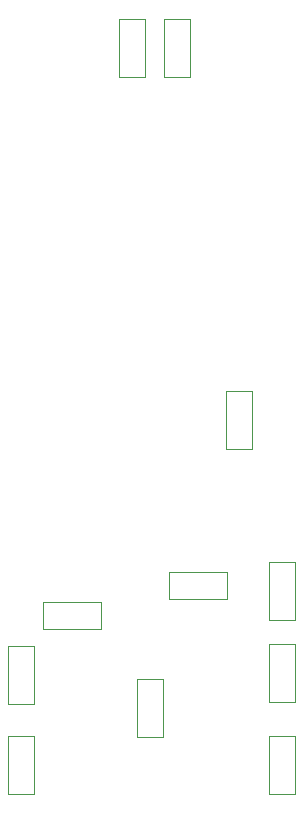
<source format=gbr>
%TF.GenerationSoftware,KiCad,Pcbnew,5.1.9*%
%TF.CreationDate,2021-02-18T20:56:02+01:00*%
%TF.ProjectId,sygeco1,73796765-636f-4312-9e6b-696361645f70,0.2*%
%TF.SameCoordinates,Original*%
%TF.FileFunction,Other,User*%
%FSLAX46Y46*%
G04 Gerber Fmt 4.6, Leading zero omitted, Abs format (unit mm)*
G04 Created by KiCad (PCBNEW 5.1.9) date 2021-02-18 20:56:02*
%MOMM*%
%LPD*%
G01*
G04 APERTURE LIST*
%ADD10C,0.050000*%
G04 APERTURE END LIST*
D10*
%TO.C,R2*%
X154028000Y-111622000D02*
X151788000Y-111622000D01*
X151788000Y-111622000D02*
X151788000Y-116522000D01*
X151788000Y-116522000D02*
X154028000Y-116522000D01*
X154028000Y-116522000D02*
X154028000Y-111622000D01*
%TO.C,R1*%
X131930000Y-119470000D02*
X129690000Y-119470000D01*
X129690000Y-119470000D02*
X129690000Y-124370000D01*
X129690000Y-124370000D02*
X131930000Y-124370000D01*
X131930000Y-124370000D02*
X131930000Y-119470000D01*
%TO.C,C1*%
X132686500Y-108070000D02*
X132686500Y-110370000D01*
X132686500Y-110370000D02*
X137646500Y-110370000D01*
X137646500Y-110370000D02*
X137646500Y-108070000D01*
X137646500Y-108070000D02*
X132686500Y-108070000D01*
%TO.C,R3*%
X143372000Y-107800000D02*
X148272000Y-107800000D01*
X143372000Y-105560000D02*
X143372000Y-107800000D01*
X148272000Y-105560000D02*
X143372000Y-105560000D01*
X148272000Y-107800000D02*
X148272000Y-105560000D01*
%TO.C,R4*%
X131930000Y-111850000D02*
X129690000Y-111850000D01*
X129690000Y-111850000D02*
X129690000Y-116750000D01*
X129690000Y-116750000D02*
X131930000Y-116750000D01*
X131930000Y-116750000D02*
X131930000Y-111850000D01*
%TO.C,R5*%
X142852000Y-114618000D02*
X140612000Y-114618000D01*
X140612000Y-114618000D02*
X140612000Y-119518000D01*
X140612000Y-119518000D02*
X142852000Y-119518000D01*
X142852000Y-119518000D02*
X142852000Y-114618000D01*
%TO.C,R6*%
X139088000Y-58764000D02*
X139088000Y-63664000D01*
X141328000Y-58764000D02*
X139088000Y-58764000D01*
X141328000Y-63664000D02*
X141328000Y-58764000D01*
X139088000Y-63664000D02*
X141328000Y-63664000D01*
%TO.C,R7*%
X154028000Y-104712000D02*
X151788000Y-104712000D01*
X151788000Y-104712000D02*
X151788000Y-109612000D01*
X151788000Y-109612000D02*
X154028000Y-109612000D01*
X154028000Y-109612000D02*
X154028000Y-104712000D01*
%TO.C,R8*%
X154028000Y-124370000D02*
X154028000Y-119470000D01*
X151788000Y-124370000D02*
X154028000Y-124370000D01*
X151788000Y-119470000D02*
X151788000Y-124370000D01*
X154028000Y-119470000D02*
X151788000Y-119470000D01*
%TO.C,R9*%
X142898000Y-58764000D02*
X142898000Y-63664000D01*
X145138000Y-58764000D02*
X142898000Y-58764000D01*
X145138000Y-63664000D02*
X145138000Y-58764000D01*
X142898000Y-63664000D02*
X145138000Y-63664000D01*
%TO.C,R10*%
X148168500Y-95122500D02*
X150408500Y-95122500D01*
X150408500Y-95122500D02*
X150408500Y-90222500D01*
X150408500Y-90222500D02*
X148168500Y-90222500D01*
X148168500Y-90222500D02*
X148168500Y-95122500D01*
%TD*%
M02*

</source>
